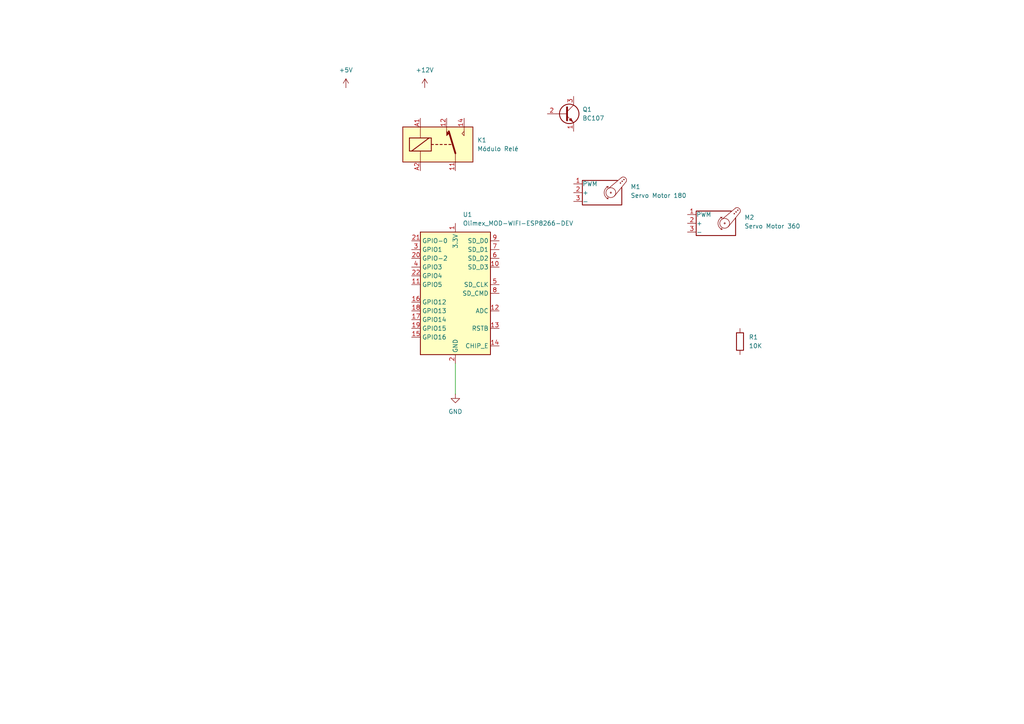
<source format=kicad_sch>
(kicad_sch (version 20250114) (generator "eeschema") (generator_version "9.0")
  (paper "A4")
  (lib_symbols
    (symbol "Device:R" (pin_numbers (hide yes)) (pin_names (offset 0))
      (property "Reference" "R" (at 2.032 0 90))
      (property "Value" "R" (at 0 0 90))
      (symbol "R_0_1"
        (rectangle (start -1.016 -2.54) (end 1.016 2.54) (stroke (width 0.254)))
      )
      (symbol "R_1_1"
        (pin passive line (at 0 3.81 270) (length 1.27) (name "~") (number "1"))
        (pin passive line (at 0 -3.81 90) (length 1.27) (name "~") (number "2"))
      )
    )
    (symbol "MCU_Module:Olimex_MOD-WIFI-ESP8266-DEV"
      (property "Reference" "U" (at 1.27 21.59 0))
      (property "Value" "Olimex_MOD-WIFI-ESP8266-DEV" (at 1.27 19.05 0))
      (symbol "Olimex_MOD-WIFI-ESP8266-DEV_0_1"
        (rectangle (start -10.16 17.78) (end 10.16 -17.78) (stroke (width 0.254)) (fill (type background)))
      )
      (symbol "Olimex_MOD-WIFI-ESP8266-DEV_1_1"
        (pin bidirectional line (at -12.7 15.24 0) (length 2.54) (name "GPIO-0") (number "21"))
        (pin bidirectional line (at -12.7 12.7 0) (length 2.54) (name "GPIO1") (number "3"))
        (pin bidirectional line (at -12.7 10.16 0) (length 2.54) (name "GPIO-2") (number "20"))
        (pin bidirectional line (at -12.7 7.62 0) (length 2.54) (name "GPIO3") (number "4"))
        (pin bidirectional line (at -12.7 5.08 0) (length 2.54) (name "GPIO4") (number "22"))
        (pin bidirectional line (at -12.7 2.54 0) (length 2.54) (name "GPIO5") (number "11"))
        (pin bidirectional line (at -12.7 -2.54 0) (length 2.54) (name "GPIO12") (number "16"))
        (pin bidirectional line (at -12.7 -5.08 0) (length 2.54) (name "GPIO13") (number "18"))
        (pin bidirectional line (at -12.7 -7.62 0) (length 2.54) (name "GPIO14") (number "17"))
        (pin bidirectional line (at -12.7 -10.16 0) (length 2.54) (name "GPIO15") (number "19"))
        (pin bidirectional line (at -12.7 -12.7 0) (length 2.54) (name "GPIO16") (number "15"))
        (pin power_in line (at 0 20.32 270) (length 2.54) (name "3.3V") (number "1"))
        (pin power_in line (at 0 -20.32 90) (length 2.54) (name "GND") (number "2"))
        (pin unspecified line (at 12.7 15.24 180) (length 2.54) (name "SD_D0") (number "9"))
        (pin unspecified line (at 12.7 12.7 180) (length 2.54) (name "SD_D1") (number "7"))
        (pin unspecified line (at 12.7 10.16 180) (length 2.54) (name "SD_D2") (number "6"))
        (pin unspecified line (at 12.7 7.62 180) (length 2.54) (name "SD_D3") (number "10"))
        (pin unspecified line (at 12.7 2.54 180) (length 2.54) (name "SD_CLK") (number "5"))
        (pin unspecified line (at 12.7 0 180) (length 2.54) (name "SD_CMD") (number "8"))
        (pin unspecified line (at 12.7 -5.08 180) (length 2.54) (name "ADC") (number "12"))
        (pin input line (at 12.7 -10.16 180) (length 2.54) (name "RSTB") (number "13"))
        (pin unspecified line (at 12.7 -15.24 180) (length 2.54) (name "CHIP_E") (number "14"))
      )
    )
    (symbol "Motor:Motor_Servo" (pin_names (offset 0.0254))
      (property "Reference" "M" (at -5.08 4.445 0))
      (property "Value" "Motor_Servo" (at -5.08 -4.064 0))
      (symbol "Motor_Servo_0_1"
        (polyline (pts (xy 2.413 1.778) (xy 1.905 1.778)))
        (polyline (pts (xy 2.413 1.778) (xy 2.286 1.397)))
        (polyline (pts (xy 2.413 -1.778) (xy 2.032 -1.778)))
        (polyline (pts (xy 2.413 -1.778) (xy 2.286 -1.397)))
        (arc (start 2.413 -1.778) (mid 1.2406 0) (end 2.413 1.778))
        (circle (center 3.175 0) (radius 0.1778))
        (circle (center 3.175 0) (radius 1.4224))
        (polyline (pts (xy 5.08 3.556) (xy -5.08 3.556) (xy -5.08 -3.556) (xy 6.35 -3.556) (xy 6.35 1.524)) (stroke (width 0.254)))
        (circle (center 5.969 2.794) (radius 0.127))
        (polyline (pts (xy 6.35 4.445) (xy 2.54 1.27)))
        (circle (center 6.477 3.302) (radius 0.127))
        (arc (start 6.35 4.445) (mid 7.4487 4.2737) (end 7.62 3.175))
        (circle (center 6.985 3.81) (radius 0.127))
        (polyline (pts (xy 7.62 3.175) (xy 4.191 -1.016)))
      )
      (symbol "Motor_Servo_1_1"
        (pin passive line (at -7.62 2.54 0) (length 2.54) (name "PWM") (number "1"))
        (pin passive line (at -7.62 0 0) (length 2.54) (name "+") (number "2"))
        (pin passive line (at -7.62 -2.54 0) (length 2.54) (name "-") (number "3"))
      )
    )
    (symbol "Relay:Fujitsu_FTR-LYCA005x"
      (property "Reference" "K" (at 11.43 3.81 0))
      (property "Value" "Fujitsu_FTR-LYCA005x" (at 11.43 1.27 0))
      (symbol "Fujitsu_FTR-LYCA005x_0_0"
        (polyline (pts (xy 7.62 5.08) (xy 7.62 2.54) (xy 6.985 3.175) (xy 7.62 3.81)))
      )
      (symbol "Fujitsu_FTR-LYCA005x_0_1"
        (rectangle (start -10.16 5.08) (end 10.16 -5.08) (stroke (width 0.254)) (fill (type background)))
        (rectangle (start -8.255 1.905) (end -1.905 -1.905) (stroke (width 0.254)))
        (polyline (pts (xy -7.62 -1.905) (xy -2.54 1.905)) (stroke (width 0.254)))
        (polyline (pts (xy -5.08 5.08) (xy -5.08 1.905)))
        (polyline (pts (xy -5.08 -5.08) (xy -5.08 -1.905)))
        (polyline (pts (xy -1.905 0) (xy -1.27 0)) (stroke (width 0.254)))
        (polyline (pts (xy -0.635 0) (xy 0 0)) (stroke (width 0.254)))
        (polyline (pts (xy 0.635 0) (xy 1.27 0)) (stroke (width 0.254)))
        (polyline (pts (xy 1.905 0) (xy 2.54 0)) (stroke (width 0.254)))
        (polyline (pts (xy 2.54 5.08) (xy 2.54 2.54) (xy 3.175 3.175) (xy 2.54 3.81)) (fill (type outline)))
        (polyline (pts (xy 3.175 0) (xy 3.81 0)) (stroke (width 0.254)))
        (polyline (pts (xy 5.08 -2.54) (xy 3.175 3.81)) (stroke (width 0.508)))
        (polyline (pts (xy 5.08 -2.54) (xy 5.08 -5.08)))
      )
      (symbol "Fujitsu_FTR-LYCA005x_1_1"
        (pin passive line (at -5.08 7.62 270) (length 2.54) (name "~") (number "A1"))
        (pin passive line (at -5.08 -7.62 90) (length 2.54) (name "~") (number "A2"))
        (pin passive line (at 2.54 7.62 270) (length 2.54) (name "~") (number "12"))
        (pin passive line (at 5.08 -7.62 90) (length 2.54) (name "~") (number "11"))
        (pin passive line (at 7.62 7.62 270) (length 2.54) (name "~") (number "14"))
      )
    )
    (symbol "Transistor_BJT:BC107" (pin_names (offset 0) (hide yes))
      (property "Reference" "Q" (at 5.08 1.905 0))
      (property "Value" "BC107" (at 5.08 0 0))
      (symbol "BC107_0_1"
        (polyline (pts (xy -2.54 0) (xy 0.635 0)))
        (polyline (pts (xy 0.635 1.905) (xy 0.635 -1.905)) (stroke (width 0.508)))
        (circle (center 1.27 0) (radius 2.8194) (stroke (width 0.254)))
      )
      (symbol "BC107_1_1"
        (polyline (pts (xy 0.635 0.635) (xy 2.54 2.54)))
        (polyline (pts (xy 0.635 -0.635) (xy 2.54 -2.54)))
        (polyline (pts (xy 1.27 -1.778) (xy 1.778 -1.27) (xy 2.286 -2.286) (xy 1.27 -1.778)) (fill (type outline)))
        (pin input line (at -5.08 0 0) (length 2.54) (name "B") (number "2"))
        (pin passive line (at 2.54 5.08 270) (length 2.54) (name "C") (number "3"))
        (pin passive line (at 2.54 -5.08 90) (length 2.54) (name "E") (number "1"))
      )
    )
    (symbol "power:+12V" (power) (pin_numbers (hide yes)) (pin_names (offset 0) (hide yes))
      (property "Value" "+12V" (at 0 3.556 0))
      (symbol "+12V_0_1"
        (polyline (pts (xy -0.762 1.27) (xy 0 2.54)))
        (polyline (pts (xy 0 2.54) (xy 0.762 1.27)))
        (polyline (pts (xy 0 0) (xy 0 2.54)))
      )
      (symbol "+12V_1_1"
        (pin power_in line (at 0 0 90) (length 0) (name "~") (number "1"))
      )
    )
    (symbol "power:+5V" (power) (pin_numbers (hide yes)) (pin_names (offset 0) (hide yes))
      (property "Value" "+5V" (at 0 3.556 0))
      (symbol "+5V_0_1"
        (polyline (pts (xy -0.762 1.27) (xy 0 2.54)))
        (polyline (pts (xy 0 2.54) (xy 0.762 1.27)))
        (polyline (pts (xy 0 0) (xy 0 2.54)))
      )
      (symbol "+5V_1_1"
        (pin power_in line (at 0 0 90) (length 0) (name "~") (number "1"))
      )
    )
    (symbol "power:GND" (power) (pin_numbers (hide yes)) (pin_names (offset 0) (hide yes))
      (property "Value" "GND" (at 0 -3.81 0))
      (symbol "GND_0_1"
        (polyline (pts (xy 0 0) (xy 0 -1.27) (xy 1.27 -1.27) (xy 0 -2.54) (xy -1.27 -1.27) (xy 0 -1.27)))
      )
      (symbol "GND_1_1"
        (pin power_in line (at 0 0 270) (length 0) (name "~") (number "1"))
      )
    )
  )
  (wire (pts (xy 132.08 105.41) (xy 132.08 114.3)))
  (symbol (lib_id "power:+12V") (at 123.19 25.4 0) (unit 1)
    (property "Reference" "#PWR02" (effects (hide yes)))
    (property "Value" "+12V" (at 123.19 20.32 0))
    (property "Description" "Power symbol creates a global label with name \"+12V\"" (effects (hide yes)))
  )
  (symbol (lib_id "Relay:Fujitsu_FTR-LYCA005x") (at 127 41.91 0) (unit 1)
    (property "Reference" "K1" (at 138.43 40.6399 0) (effects (justify left)))
    (property "Value" "Módulo Relé" (at 138.43 43.1799 0) (effects (justify left)))
    (property "Footprint" "Relay_THT:Relay_SPDT_Fujitsu_FTR-LYCA005x_FormC_Vertical" (effects (hide yes)))
    (property "Datasheet" "https://www.fujitsu.com/sg/imagesgig5/ftr-ly.pdf" (effects (hide yes)))
    (property "Description" "Relay, SPDT Form C, vertical mount, 5-60V coil, 6A, 250VAC, 28 x 5 x 15mm" (effects (hide yes)))
  )
  (symbol (lib_id "MCU_Module:Olimex_MOD-WIFI-ESP8266-DEV") (at 132.08 85.09 0) (unit 1)
    (property "Reference" "U1" (at 134.2233 62.23 0) (effects (justify left)))
    (property "Value" "Olimex_MOD-WIFI-ESP8266-DEV" (at 134.2233 64.77 0) (effects (justify left)))
    (property "Footprint" "Module:Olimex_MOD-WIFI-ESP8266-DEV" (effects (hide yes)))
    (property "Datasheet" "https://raw.githubusercontent.com/OLIMEX/ESP8266/master/HARDWARE/MOD-WIFI-ESP8266-DEV/MOD-WiFi-ESP8266-DEV%20revision%20B2/MOD-WiFi-ESP8266-DEV_Rev_B2.pdf" (effects (hide yes)))
    (property "Description" "ESP8266 development board" (effects (hide yes)))
  )
  (symbol (lib_id "Device:R") (at 214.63 99.06 0) (unit 1)
    (property "Reference" "R1" (at 217.17 97.7899 0) (effects (justify left)))
    (property "Value" "10K" (at 217.17 100.3299 0) (effects (justify left)))
    (property "Description" "Resistor" (effects (hide yes)))
  )
  (symbol (lib_id "Motor:Motor_Servo") (at 207.01 64.77 0) (unit 1)
    (property "Reference" "M2" (at 215.9 63.0668 0) (effects (justify left)))
    (property "Value" "Servo Motor 360" (at 215.9 65.6068 0) (effects (justify left)))
    (property "Datasheet" "http://forums.parallax.com/uploads/attachments/46831/74481.png" (effects (hide yes)))
    (property "Description" "Servo Motor (Futaba, HiTec, JR connector)" (effects (hide yes)))
  )
  (symbol (lib_id "power:+5V") (at 100.33 25.4 0) (unit 1)
    (property "Reference" "#PWR01" (effects (hide yes)))
    (property "Value" "+5V" (at 100.33 20.32 0))
    (property "Description" "Power symbol creates a global label with name \"+5V\"" (effects (hide yes)))
  )
  (symbol (lib_id "power:GND") (at 132.08 114.3 0) (unit 1)
    (property "Reference" "#PWR03" (effects (hide yes)))
    (property "Value" "GND" (at 132.08 119.38 0))
    (property "Description" "Power symbol creates a global label with name \"GND\" , ground" (effects (hide yes)))
  )
  (symbol (lib_id "Transistor_BJT:BC107") (at 163.83 33.02 0) (unit 1)
    (property "Reference" "Q1" (at 168.91 31.7499 0) (effects (justify left)))
    (property "Value" "BC107" (at 168.91 34.2899 0) (effects (justify left)))
    (property "Footprint" "Package_TO_SOT_THT:TO-18-3" (effects (hide yes)))
    (property "Datasheet" "http://www.b-kainka.de/Daten/Transistor/BC108.pdf" (effects (hide yes)))
    (property "Description" "0.1A Ic, 50V Vce, Low Noise General Purpose NPN Transistor, TO-18" (effects (hide yes)))
  )
  (symbol (lib_id "Motor:Motor_Servo") (at 173.99 55.88 0) (unit 1)
    (property "Reference" "M1" (at 182.88 54.1768 0) (effects (justify left)))
    (property "Value" "Servo Motor 180" (at 182.88 56.7168 0) (effects (justify left)))
    (property "Datasheet" "http://forums.parallax.com/uploads/attachments/46831/74481.png" (effects (hide yes)))
    (property "Description" "Servo Motor (Futaba, HiTec, JR connector)" (effects (hide yes)))
  )
)
</source>
